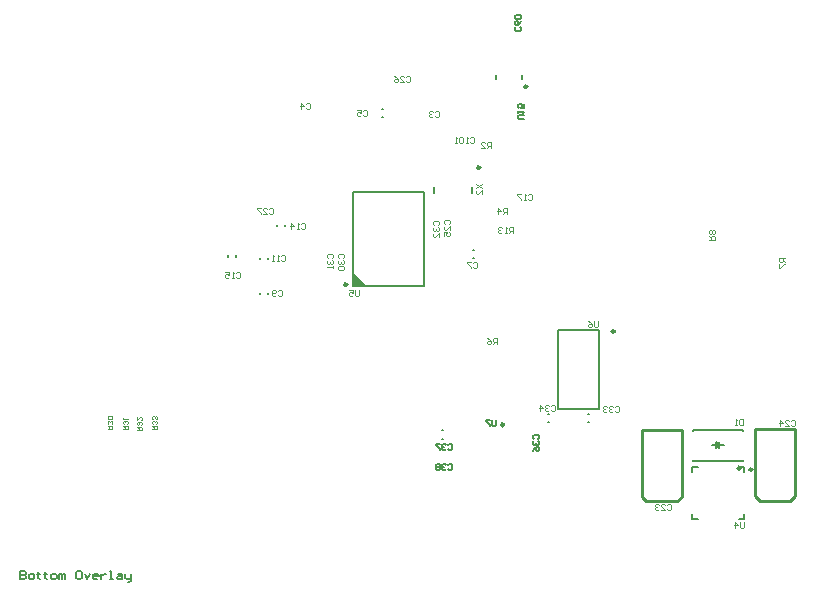
<source format=gbo>
%FSTAX25Y25*%
%MOIN*%
G70*
G01*
G75*
G04 Layer_Color=32896*
%ADD10O,0.07087X0.01181*%
%ADD11O,0.01181X0.07087*%
%ADD12O,0.07284X0.01378*%
%ADD13R,0.08071X0.02756*%
%ADD14R,0.01772X0.02165*%
%ADD15R,0.03150X0.03150*%
%ADD16R,0.01575X0.02559*%
%ADD17R,0.02992X0.06299*%
%ADD18R,0.04528X0.06693*%
%ADD19R,0.02165X0.01772*%
%ADD20R,0.02756X0.03543*%
%ADD21R,0.03543X0.02756*%
%ADD22R,0.02047X0.02047*%
%ADD23R,0.02047X0.02047*%
%ADD24C,0.01000*%
%ADD25C,0.00700*%
%ADD26C,0.03000*%
%ADD27C,0.00591*%
%ADD28C,0.00669*%
%ADD29C,0.00500*%
%ADD30C,0.02000*%
%ADD31C,0.06000*%
%ADD32O,0.15748X0.07874*%
%ADD33O,0.07874X0.15748*%
%ADD34O,0.07874X0.17716*%
%ADD35R,0.05906X0.05906*%
%ADD36C,0.05906*%
%ADD37R,0.05906X0.05906*%
%ADD38P,0.06711X8X112.5*%
%ADD39O,0.05600X0.11200*%
%ADD40C,0.12600*%
%ADD41C,0.01969*%
%ADD42C,0.01600*%
%ADD43C,0.02800*%
%ADD44C,0.01595*%
%ADD45C,0.05000*%
%ADD46C,0.04000*%
%ADD47R,0.70200X0.25400*%
%ADD48C,0.07550*%
%ADD49O,0.15811X0.07937*%
%ADD50O,0.07937X0.15811*%
%ADD51O,0.07937X0.17779*%
%ADD52C,0.07543*%
G04:AMPARAMS|DCode=53|XSize=95.433mil|YSize=95.433mil|CornerRadius=0mil|HoleSize=0mil|Usage=FLASHONLY|Rotation=0.000|XOffset=0mil|YOffset=0mil|HoleType=Round|Shape=Relief|Width=10mil|Gap=10mil|Entries=4|*
%AMTHD53*
7,0,0,0.09543,0.07543,0.01000,45*
%
%ADD53THD53*%
%ADD54C,0.07800*%
%ADD55C,0.07400*%
%ADD56C,0.16600*%
G04:AMPARAMS|DCode=57|XSize=95.5mil|YSize=95.5mil|CornerRadius=0mil|HoleSize=0mil|Usage=FLASHONLY|Rotation=0.000|XOffset=0mil|YOffset=0mil|HoleType=Round|Shape=Relief|Width=10mil|Gap=10mil|Entries=4|*
%AMTHD57*
7,0,0,0.09550,0.07550,0.01000,45*
%
%ADD57THD57*%
G04:AMPARAMS|DCode=58|XSize=70mil|YSize=70mil|CornerRadius=0mil|HoleSize=0mil|Usage=FLASHONLY|Rotation=0.000|XOffset=0mil|YOffset=0mil|HoleType=Round|Shape=Relief|Width=10mil|Gap=10mil|Entries=4|*
%AMTHD58*
7,0,0,0.07000,0.05000,0.01000,45*
%
%ADD58THD58*%
%ADD59C,0.05600*%
%ADD60C,0.06800*%
%AMTHOVALD61*
21,1,0.07874,0.09937,0,0,180.0*
1,1,0.09937,0.03937,0.00000*
1,1,0.09937,-0.03937,0.00000*
21,0,0.07874,0.07937,0,0,180.0*
1,0,0.07937,0.03937,0.00000*
1,0,0.07937,-0.03937,0.00000*
4,0,4,0.03583,0.00354,0.07097,0.03867,0.07804,0.03160,0.04291,-0.00354,0.03583,0.00354,0.0*
4,0,4,-0.04291,0.00354,-0.07804,-0.03160,-0.07097,-0.03867,-0.03583,-0.00354,-0.04291,0.00354,0.0*
4,0,4,0.04291,0.00354,0.07804,-0.03160,0.07097,-0.03867,0.03583,-0.00354,0.04291,0.00354,0.0*
4,0,4,-0.03583,0.00354,-0.07097,0.03867,-0.07804,0.03160,-0.04291,-0.00354,-0.03583,0.00354,0.0*
%
%ADD61THOVALD61*%

%AMTHOVALD62*
21,1,0.07874,0.09937,0,0,270.0*
1,1,0.09937,0.00000,0.03937*
1,1,0.09937,0.00000,-0.03937*
21,0,0.07874,0.07937,0,0,270.0*
1,0,0.07937,0.00000,0.03937*
1,0,0.07937,0.00000,-0.03937*
4,0,4,-0.00354,0.03583,-0.03867,0.07097,-0.03160,0.07804,0.00354,0.04291,-0.00354,0.03583,0.0*
4,0,4,-0.00354,-0.04291,0.03160,-0.07804,0.03867,-0.07097,0.00354,-0.03583,-0.00354,-0.04291,0.0*
4,0,4,-0.00354,0.04291,0.03160,0.07804,0.03867,0.07097,0.00354,0.03583,-0.00354,0.04291,0.0*
4,0,4,-0.00354,-0.03583,-0.03867,-0.07097,-0.03160,-0.07804,0.00354,-0.04291,-0.00354,-0.03583,0.0*
%
%ADD62THOVALD62*%

G04:AMPARAMS|DCode=63|XSize=98mil|YSize=98mil|CornerRadius=0mil|HoleSize=0mil|Usage=FLASHONLY|Rotation=0.000|XOffset=0mil|YOffset=0mil|HoleType=Round|Shape=Relief|Width=10mil|Gap=10mil|Entries=4|*
%AMTHD63*
7,0,0,0.09800,0.07800,0.01000,45*
%
%ADD63THD63*%
G04:AMPARAMS|DCode=64|XSize=94mil|YSize=94mil|CornerRadius=0mil|HoleSize=0mil|Usage=FLASHONLY|Rotation=0.000|XOffset=0mil|YOffset=0mil|HoleType=Round|Shape=Relief|Width=10mil|Gap=10mil|Entries=4|*
%AMTHD64*
7,0,0,0.09400,0.07400,0.01000,45*
%
%ADD64THD64*%
G04:AMPARAMS|DCode=65|XSize=76mil|YSize=76mil|CornerRadius=0mil|HoleSize=0mil|Usage=FLASHONLY|Rotation=0.000|XOffset=0mil|YOffset=0mil|HoleType=Round|Shape=Relief|Width=10mil|Gap=10mil|Entries=4|*
%AMTHD65*
7,0,0,0.07600,0.05600,0.01000,45*
%
%ADD65THD65*%
G04:AMPARAMS|DCode=66|XSize=88mil|YSize=88mil|CornerRadius=0mil|HoleSize=0mil|Usage=FLASHONLY|Rotation=0.000|XOffset=0mil|YOffset=0mil|HoleType=Round|Shape=Relief|Width=10mil|Gap=10mil|Entries=4|*
%AMTHD66*
7,0,0,0.08800,0.06800,0.01000,45*
%
%ADD66THD66*%
%ADD67O,0.01378X0.04724*%
%ADD68R,0.07480X0.03150*%
%ADD69R,0.07480X0.12205*%
%ADD70R,0.06299X0.02559*%
%ADD71R,0.08661X0.11811*%
%ADD72R,0.01969X0.01181*%
%ADD73C,0.01181*%
%ADD74R,0.03543X0.04724*%
%ADD75R,0.06693X0.06614*%
%ADD76R,0.08661X0.07874*%
%ADD77C,0.05000*%
%ADD78C,0.01300*%
%ADD79C,0.01500*%
%ADD80R,0.29232X0.31693*%
%ADD81C,0.02362*%
%ADD82C,0.00984*%
%ADD83C,0.02165*%
%ADD84C,0.00787*%
%ADD85C,0.00600*%
%ADD86C,0.01200*%
%ADD87C,0.00400*%
%ADD88C,0.00394*%
%ADD89R,0.03937X0.02953*%
%ADD90O,0.07487X0.01581*%
%ADD91O,0.01581X0.07487*%
%ADD92O,0.07684X0.01778*%
%ADD93R,0.08471X0.03156*%
%ADD94R,0.02172X0.02565*%
%ADD95R,0.03550X0.03550*%
%ADD96R,0.01975X0.02959*%
%ADD97R,0.03392X0.06699*%
%ADD98R,0.04928X0.07093*%
%ADD99R,0.02565X0.02172*%
%ADD100R,0.03156X0.03943*%
%ADD101R,0.03943X0.03156*%
%ADD102R,0.02447X0.02447*%
%ADD103R,0.02447X0.02447*%
%ADD104O,0.07287X0.01381*%
%ADD105O,0.01381X0.07287*%
%ADD106O,0.07484X0.01578*%
%ADD107R,0.08271X0.02956*%
%ADD108R,0.01972X0.02365*%
%ADD109R,0.03350X0.03350*%
%ADD110R,0.01775X0.02759*%
%ADD111R,0.03192X0.06499*%
%ADD112R,0.04728X0.06893*%
%ADD113R,0.02365X0.01972*%
%ADD114R,0.02956X0.03743*%
%ADD115R,0.03743X0.02956*%
%ADD116R,0.02247X0.02247*%
%ADD117R,0.02247X0.02247*%
%ADD118C,0.06200*%
%ADD119O,0.15948X0.08074*%
%ADD120O,0.08074X0.15948*%
%ADD121O,0.08074X0.17916*%
%ADD122R,0.06106X0.06106*%
%ADD123C,0.06106*%
%ADD124R,0.06106X0.06106*%
%ADD125P,0.06927X8X112.5*%
%ADD126O,0.05800X0.11400*%
%ADD127C,0.12800*%
%ADD128C,0.02169*%
%ADD129C,0.01800*%
%ADD130C,0.03000*%
%ADD131C,0.05200*%
%ADD132O,0.01578X0.04924*%
%ADD133R,0.07680X0.03350*%
%ADD134R,0.07680X0.12405*%
%ADD135R,0.06499X0.02759*%
%ADD136R,0.09061X0.12211*%
%ADD137R,0.02369X0.01581*%
%ADD138C,0.01381*%
%ADD139R,0.03743X0.04924*%
%ADD140R,0.06893X0.06814*%
%ADD141R,0.08861X0.08074*%
%ADD142R,0.01969X0.01181*%
%ADD143R,0.03347X0.04921*%
%ADD144O,0.01778X0.05124*%
%ADD145R,0.07880X0.03550*%
%ADD146R,0.07880X0.12605*%
%ADD147R,0.06699X0.02959*%
%ADD148C,0.01581*%
%ADD149R,0.03943X0.05124*%
%ADD150R,0.07093X0.07014*%
%ADD151R,0.09061X0.08274*%
G36*
X0214773Y0189652D02*
X0210836D01*
Y0193589D01*
X0214773Y0189652D01*
D02*
G37*
D24*
X0356718Y0118089D02*
X0358293Y0119664D01*
X0344907D02*
X0346482Y0118089D01*
X0356718D01*
X0344907Y0141908D02*
X0358293D01*
X0344907Y0119664D02*
Y0141908D01*
X0358293Y0119664D02*
Y0141908D01*
X0318918Y0117889D02*
X0320493Y0119464D01*
X0307107D02*
X0308682Y0117889D01*
X0318918D01*
X0307107Y0141708D02*
X0320493D01*
X0307107Y0119464D02*
Y0141708D01*
X0320493Y0119464D02*
Y0141708D01*
D29*
X03306Y01366D02*
X03346D01*
X03326Y01371D02*
X03331Y01366D01*
X03326Y01361D02*
Y01371D01*
Y01361D02*
X03331Y01366D01*
X03321Y01356D02*
X03331Y01366D01*
X03321Y01356D02*
Y01376D01*
X03331Y01366D01*
Y01356D02*
Y01376D01*
X0267944Y0245472D02*
X0266278D01*
X0265945Y0245806D01*
Y0246472D01*
X0266278Y0246805D01*
X0267944D01*
X0265945Y0247472D02*
Y0248138D01*
Y0247805D01*
X0267944D01*
X0267611Y0247472D01*
X0267944Y0250471D02*
Y0249138D01*
X0266945D01*
X0267278Y0249804D01*
Y0250138D01*
X0266945Y0250471D01*
X0266278D01*
X0265945Y0250138D01*
Y0249471D01*
X0266278Y0249138D01*
X0258661Y0144913D02*
Y0143247D01*
X0258328Y0142913D01*
X0257662D01*
X0257329Y0143247D01*
Y0144913D01*
X0256662D02*
X0255329D01*
Y014458D01*
X0256662Y0143247D01*
Y0142913D01*
X0266725Y0276038D02*
X0267058Y0275704D01*
Y0275038D01*
X0266725Y0274705D01*
X0265392D01*
X0265059Y0275038D01*
Y0275704D01*
X0265392Y0276038D01*
X0267058Y0278037D02*
X0266725Y0277371D01*
X0266059Y0276704D01*
X0265392D01*
X0265059Y0277037D01*
Y0277704D01*
X0265392Y0278037D01*
X0265725D01*
X0266059Y0277704D01*
Y0276704D01*
X0266725Y0278703D02*
X0267058Y0279037D01*
Y0279703D01*
X0266725Y0280036D01*
X0265392D01*
X0265059Y0279703D01*
Y0279037D01*
X0265392Y0278703D01*
X0266725D01*
X0242661Y0136735D02*
X0242994Y0137069D01*
X024366D01*
X0243994Y0136735D01*
Y0135403D01*
X024366Y0135069D01*
X0242994D01*
X0242661Y0135403D01*
X0241994Y0136735D02*
X0241661Y0137069D01*
X0240995D01*
X0240662Y0136735D01*
Y0136402D01*
X0240995Y0136069D01*
X0241328D01*
X0240995D01*
X0240662Y0135736D01*
Y0135403D01*
X0240995Y0135069D01*
X0241661D01*
X0241994Y0135403D01*
X0239995Y0137069D02*
X0238662D01*
Y0136735D01*
X0239995Y0135403D01*
Y0135069D01*
X0271168Y0138825D02*
X0270835Y0139158D01*
Y0139824D01*
X0271168Y0140157D01*
X0272501D01*
X0272835Y0139824D01*
Y0139158D01*
X0272501Y0138825D01*
X0271168Y0138158D02*
X0270835Y0137825D01*
Y0137158D01*
X0271168Y0136825D01*
X0271502D01*
X0271835Y0137158D01*
Y0137492D01*
Y0137158D01*
X0272168Y0136825D01*
X0272501D01*
X0272835Y0137158D01*
Y0137825D01*
X0272501Y0138158D01*
X0270835Y0134826D02*
X0271168Y0135492D01*
X0271835Y0136159D01*
X0272501D01*
X0272835Y0135826D01*
Y0135159D01*
X0272501Y0134826D01*
X0272168D01*
X0271835Y0135159D01*
Y0136159D01*
X0242762Y0130013D02*
X0243095Y0130346D01*
X0243761D01*
X0244094Y0130013D01*
Y012868D01*
X0243761Y0128347D01*
X0243095D01*
X0242762Y012868D01*
X0242095Y0130013D02*
X0241762Y0130346D01*
X0241095D01*
X0240762Y0130013D01*
Y0129679D01*
X0241095Y0129346D01*
X0241429D01*
X0241095D01*
X0240762Y0129013D01*
Y012868D01*
X0241095Y0128347D01*
X0241762D01*
X0242095Y012868D01*
X0240096Y0130013D02*
X0239763Y0130346D01*
X0239096D01*
X0238763Y0130013D01*
Y0129679D01*
X0239096Y0129346D01*
X0238763Y0129013D01*
Y012868D01*
X0239096Y0128347D01*
X0239763D01*
X0240096Y012868D01*
Y0129013D01*
X0239763Y0129346D01*
X0240096Y0129679D01*
Y0130013D01*
X0239763Y0129346D02*
X0239096D01*
X01Y0094768D02*
Y0091969D01*
X01014D01*
X0101866Y0092435D01*
Y0092901D01*
X01014Y0093368D01*
X01D01*
X01014D01*
X0101866Y0093835D01*
Y0094301D01*
X01014Y0094768D01*
X01D01*
X0103266Y0091969D02*
X0104199D01*
X0104665Y0092435D01*
Y0093368D01*
X0104199Y0093835D01*
X0103266D01*
X0102799Y0093368D01*
Y0092435D01*
X0103266Y0091969D01*
X0106065Y0094301D02*
Y0093835D01*
X0105598D01*
X0106531D01*
X0106065D01*
Y0092435D01*
X0106531Y0091969D01*
X0108397Y0094301D02*
Y0093835D01*
X0107931D01*
X0108864D01*
X0108397D01*
Y0092435D01*
X0108864Y0091969D01*
X011073D02*
X0111663D01*
X0112129Y0092435D01*
Y0093368D01*
X0111663Y0093835D01*
X011073D01*
X0110263Y0093368D01*
Y0092435D01*
X011073Y0091969D01*
X0113062D02*
Y0093835D01*
X0113529D01*
X0113996Y0093368D01*
Y0091969D01*
Y0093368D01*
X0114462Y0093835D01*
X0114928Y0093368D01*
Y0091969D01*
X012006Y0094768D02*
X0119127D01*
X0118661Y0094301D01*
Y0092435D01*
X0119127Y0091969D01*
X012006D01*
X0120527Y0092435D01*
Y0094301D01*
X012006Y0094768D01*
X012146Y0093835D02*
X0122393Y0091969D01*
X0123326Y0093835D01*
X0125658Y0091969D02*
X0124725D01*
X0124259Y0092435D01*
Y0093368D01*
X0124725Y0093835D01*
X0125658D01*
X0126125Y0093368D01*
Y0092901D01*
X0124259D01*
X0127058Y0093835D02*
Y0091969D01*
Y0092901D01*
X0127524Y0093368D01*
X0127991Y0093835D01*
X0128457D01*
X0129857Y0091969D02*
X013079D01*
X0130324D01*
Y0094768D01*
X0129857D01*
X0132656Y0093835D02*
X0133589D01*
X0134056Y0093368D01*
Y0091969D01*
X0132656D01*
X013219Y0092435D01*
X0132656Y0092901D01*
X0134056D01*
X0134989Y0093835D02*
Y0092435D01*
X0135455Y0091969D01*
X0136855D01*
Y0091502D01*
X0136388Y0091035D01*
X0135922D01*
X0136855Y0091969D02*
Y0093835D01*
D82*
X0268996Y0256201D02*
G03*
X0268996Y0256201I-0000492J0D01*
G01*
X0298206Y0174595D02*
G03*
X0298206Y0174595I-0000492J0D01*
G01*
X0261213Y0143485D02*
G03*
X0261213Y0143485I-0000492J0D01*
G01*
X0344019Y0128574D02*
G03*
X0344019Y0128574I-0000492J0D01*
G01*
X0208966Y0190243D02*
G03*
X0208966Y0190243I-0000492J0D01*
G01*
X0253292Y0229192D02*
G03*
X0253292Y0229192I-0000492J0D01*
G01*
X0340139Y012899D02*
G03*
X0340139Y012899I-0000492J0D01*
G01*
D84*
X0267421Y0258563D02*
Y0260138D01*
X025876Y0258563D02*
Y0260138D01*
X0292793Y0148611D02*
Y0174989D01*
X0279407Y0148611D02*
Y0174989D01*
X0292793D01*
X0279407Y0148611D02*
X0292793D01*
X0324039Y0129361D02*
X032581D01*
X0324039Y0112039D02*
X032581D01*
X033959Y0129361D02*
X0341361D01*
X0324039Y012759D02*
Y0129361D01*
X0341361Y012759D02*
Y0129361D01*
X033959Y0112039D02*
X0341361D01*
Y011381D01*
X0324039Y0112039D02*
Y011381D01*
X0210836Y0193589D02*
X0214773Y0189652D01*
X0210836D02*
Y0221148D01*
X0234458Y0189652D02*
Y0221148D01*
X0210836Y0189652D02*
X0234458D01*
X0210836Y0221148D02*
X0234458D01*
X0250599Y0220716D02*
Y0222684D01*
X0238001Y0220716D02*
Y0222684D01*
X0324244Y0141846D02*
X0340956D01*
X0324244Y0131354D02*
X0340956D01*
X0324242Y0131718D02*
X0324244Y0131354D01*
X0340956D02*
X0340958Y0131718D01*
X0340956Y0141846D02*
X0340958Y0141482D01*
X0324242D02*
X0324244Y0141846D01*
X0275903Y0144222D02*
X0276297D01*
X0275903Y0146978D02*
X0276297D01*
X0240603Y0138822D02*
X0240997D01*
X0240603Y0141578D02*
X0240997D01*
X0220503Y0248778D02*
X0220897D01*
X0220503Y0246022D02*
X0220897D01*
X0250803Y0201878D02*
X0251197D01*
X0250803Y0199122D02*
X0251197D01*
X0179822Y0187003D02*
Y0187397D01*
X0182578Y0187003D02*
Y0187397D01*
X0179822Y0198803D02*
Y0199197D01*
X0182578Y0198803D02*
Y0199197D01*
X0188378Y0209603D02*
Y0209997D01*
X0185622Y0209603D02*
Y0209997D01*
X0169322Y0199503D02*
Y0199897D01*
X0172078Y0199503D02*
Y0199897D01*
X0289303Y0144222D02*
X0289697D01*
X0289303Y0146978D02*
X0289697D01*
D87*
X029252Y0177984D02*
Y0176318D01*
X0292186Y0175984D01*
X029152D01*
X0291187Y0176318D01*
Y0177984D01*
X0289187D02*
X0289854Y017765D01*
X029052Y0176984D01*
Y0176318D01*
X0290187Y0175984D01*
X0289521D01*
X0289187Y0176318D01*
Y0176651D01*
X0289521Y0176984D01*
X029052D01*
X0341339Y0111055D02*
Y0109388D01*
X0341005Y0109055D01*
X0340339D01*
X0340006Y0109388D01*
Y0111055D01*
X033834Y0109055D02*
Y0111055D01*
X0339339Y0110055D01*
X0338006D01*
X0212992Y018822D02*
Y0186554D01*
X0212659Y0186221D01*
X0211993D01*
X0211659Y0186554D01*
Y018822D01*
X020966D02*
X0210993D01*
Y018722D01*
X0210326Y0187553D01*
X0209993D01*
X020966Y018722D01*
Y0186554D01*
X0209993Y0186221D01*
X021066D01*
X0210993Y0186554D01*
X0251938Y0223622D02*
X0253937Y0222289D01*
X0251938D02*
X0253937Y0223622D01*
Y022029D02*
Y0221623D01*
X0252604Y022029D01*
X0252271D01*
X0251938Y0220623D01*
Y0221289D01*
X0252271Y0221623D01*
X0340945Y0145306D02*
Y0143307D01*
X0339945D01*
X0339612Y014364D01*
Y0144973D01*
X0339945Y0145306D01*
X0340945D01*
X0338946Y0143307D02*
X0338279D01*
X0338612D01*
Y0145306D01*
X0338946Y0144973D01*
X0277014Y0149698D02*
X0277347Y0150031D01*
X0278013D01*
X0278346Y0149698D01*
Y0148365D01*
X0278013Y0148031D01*
X0277347D01*
X0277014Y0148365D01*
X0276347Y0149698D02*
X0276014Y0150031D01*
X0275347D01*
X0275014Y0149698D01*
Y0149364D01*
X0275347Y0149031D01*
X0275681D01*
X0275347D01*
X0275014Y0148698D01*
Y0148365D01*
X0275347Y0148031D01*
X0276014D01*
X0276347Y0148365D01*
X0273348Y0148031D02*
Y0150031D01*
X0274348Y0149031D01*
X0273015D01*
X0206208Y0199061D02*
X0205875Y0199394D01*
Y0200061D01*
X0206208Y0200394D01*
X0207541D01*
X0207874Y0200061D01*
Y0199394D01*
X0207541Y0199061D01*
X0206208Y0198394D02*
X0205875Y0198061D01*
Y0197395D01*
X0206208Y0197061D01*
X0206541D01*
X0206874Y0197395D01*
Y0197728D01*
Y0197395D01*
X0207208Y0197061D01*
X0207541D01*
X0207874Y0197395D01*
Y0198061D01*
X0207541Y0198394D01*
X0206208Y0196395D02*
X0205875Y0196062D01*
Y0195395D01*
X0206208Y0195062D01*
X0207541D01*
X0207874Y0195395D01*
Y0196062D01*
X0207541Y0196395D01*
X0206208D01*
X0237868Y0210112D02*
X0237534Y0210445D01*
Y0211112D01*
X0237868Y0211445D01*
X0239201D01*
X0239534Y0211112D01*
Y0210445D01*
X0239201Y0210112D01*
X0237868Y0209446D02*
X0237534Y0209112D01*
Y0208446D01*
X0237868Y0208113D01*
X0238201D01*
X0238534Y0208446D01*
Y0208779D01*
Y0208446D01*
X0238867Y0208113D01*
X0239201D01*
X0239534Y0208446D01*
Y0209112D01*
X0239201Y0209446D01*
X0239534Y0206113D02*
Y0207446D01*
X0238201Y0206113D01*
X0237868D01*
X0237534Y0206447D01*
Y0207113D01*
X0237868Y0207446D01*
X0356935Y014458D02*
X0357268Y0144913D01*
X0357934D01*
X0358268Y014458D01*
Y0143247D01*
X0357934Y0142913D01*
X0357268D01*
X0356935Y0143247D01*
X0354936Y0142913D02*
X0356268D01*
X0354936Y0144246D01*
Y014458D01*
X0355269Y0144913D01*
X0355935D01*
X0356268Y014458D01*
X0353269Y0142913D02*
Y0144913D01*
X0354269Y0143913D01*
X0352936D01*
X0264173Y020748D02*
Y020948D01*
X0263174D01*
X026284Y0209146D01*
Y020848D01*
X0263174Y0208147D01*
X0264173D01*
X0263507D02*
X026284Y020748D01*
X0262174D02*
X0261507D01*
X0261841D01*
Y020948D01*
X0262174Y0209146D01*
X0260508D02*
X0260174Y020948D01*
X0259508D01*
X0259175Y0209146D01*
Y0208813D01*
X0259508Y020848D01*
X0259841D01*
X0259508D01*
X0259175Y0208147D01*
Y0207814D01*
X0259508Y020748D01*
X0260174D01*
X0260508Y0207814D01*
X0249848Y0239068D02*
X0250181Y0239401D01*
X0250848D01*
X0251181Y0239068D01*
Y0237735D01*
X0250848Y0237402D01*
X0250181D01*
X0249848Y0237735D01*
X0249182Y0237402D02*
X0248515D01*
X0248849D01*
Y0239401D01*
X0249182Y0239068D01*
X0247516D02*
X0247182Y0239401D01*
X0246516D01*
X0246183Y0239068D01*
Y0237735D01*
X0246516Y0237402D01*
X0247182D01*
X0247516Y0237735D01*
Y0239068D01*
X0245516Y0237402D02*
X024485D01*
X0245183D01*
Y0239401D01*
X0245516Y0239068D01*
X0238431Y0247729D02*
X0238764Y0248062D01*
X023943D01*
X0239764Y0247729D01*
Y0246396D01*
X023943Y0246063D01*
X0238764D01*
X0238431Y0246396D01*
X0237764Y0247729D02*
X0237431Y0248062D01*
X0236765D01*
X0236432Y0247729D01*
Y0247396D01*
X0236765Y0247063D01*
X0237098D01*
X0236765D01*
X0236432Y0246729D01*
Y0246396D01*
X0236765Y0246063D01*
X0237431D01*
X0237764Y0246396D01*
X0195124Y0250485D02*
X0195457Y0250818D01*
X0196124D01*
X0196457Y0250485D01*
Y0249152D01*
X0196124Y0248819D01*
X0195457D01*
X0195124Y0249152D01*
X0193458Y0248819D02*
Y0250818D01*
X0194457Y0249819D01*
X0193124D01*
X0214415Y0248123D02*
X0214748Y0248456D01*
X0215415D01*
X0215748Y0248123D01*
Y024679D01*
X0215415Y0246457D01*
X0214748D01*
X0214415Y024679D01*
X0212416Y0248456D02*
X0213749D01*
Y0247456D01*
X0213082Y024779D01*
X0212749D01*
X0212416Y0247456D01*
Y024679D01*
X0212749Y0246457D01*
X0213416D01*
X0213749Y024679D01*
X0251029Y0197335D02*
X0251362Y0197669D01*
X0252029D01*
X0252362Y0197335D01*
Y0196002D01*
X0252029Y0195669D01*
X0251362D01*
X0251029Y0196002D01*
X0250363Y0197669D02*
X024903D01*
Y0197335D01*
X0250363Y0196002D01*
Y0195669D01*
X0186069Y0187887D02*
X0186402Y018822D01*
X0187068D01*
X0187402Y0187887D01*
Y0186554D01*
X0187068Y0186221D01*
X0186402D01*
X0186069Y0186554D01*
X0185402D02*
X0185069Y0186221D01*
X0184403D01*
X0184069Y0186554D01*
Y0187887D01*
X0184403Y018822D01*
X0185069D01*
X0185402Y0187887D01*
Y0187553D01*
X0185069Y018722D01*
X0184069D01*
X0186856Y0199698D02*
X0187189Y0200031D01*
X0187856D01*
X0188189Y0199698D01*
Y0198365D01*
X0187856Y0198031D01*
X0187189D01*
X0186856Y0198365D01*
X018619Y0198031D02*
X0185523D01*
X0185856D01*
Y0200031D01*
X018619Y0199698D01*
X0184523Y0198031D02*
X0183857D01*
X018419D01*
Y0200031D01*
X0184523Y0199698D01*
X0193549Y0210328D02*
X0193882Y0210661D01*
X0194549D01*
X0194882Y0210328D01*
Y0208995D01*
X0194549Y0208661D01*
X0193882D01*
X0193549Y0208995D01*
X0192883Y0208661D02*
X0192216D01*
X0192549D01*
Y0210661D01*
X0192883Y0210328D01*
X0190217Y0208661D02*
Y0210661D01*
X0191216Y0209661D01*
X0189883D01*
X0171797Y0193989D02*
X017213Y0194322D01*
X0172797D01*
X017313Y0193989D01*
Y0192656D01*
X0172797Y0192323D01*
X017213D01*
X0171797Y0192656D01*
X0171131Y0192323D02*
X0170464D01*
X0170797D01*
Y0194322D01*
X0171131Y0193989D01*
X0168131Y0194322D02*
X0169464D01*
Y0193323D01*
X0168798Y0193656D01*
X0168465D01*
X0168131Y0193323D01*
Y0192656D01*
X0168465Y0192323D01*
X0169131D01*
X0169464Y0192656D01*
X026914Y022017D02*
X0269473Y0220503D01*
X0270139D01*
X0270472Y022017D01*
Y0218837D01*
X0270139Y0218504D01*
X0269473D01*
X026914Y0218837D01*
X0268473Y0218504D02*
X0267807D01*
X026814D01*
Y0220503D01*
X0268473Y022017D01*
X0266807Y0220503D02*
X0265474D01*
Y022017D01*
X0266807Y0218837D01*
Y0218504D01*
X0228588Y025954D02*
X0228922Y0259873D01*
X0229588D01*
X0229921Y025954D01*
Y0258207D01*
X0229588Y0257874D01*
X0228922D01*
X0228588Y0258207D01*
X0226589Y0257874D02*
X0227922D01*
X0226589Y0259207D01*
Y025954D01*
X0226922Y0259873D01*
X0227589D01*
X0227922Y025954D01*
X022459Y0259873D02*
X0225256Y025954D01*
X0225923Y0258874D01*
Y0258207D01*
X0225589Y0257874D01*
X0224923D01*
X022459Y0258207D01*
Y0258541D01*
X0224923Y0258874D01*
X0225923D01*
X0182919Y0215446D02*
X0183252Y0215779D01*
X0183919D01*
X0184252Y0215446D01*
Y0214113D01*
X0183919Y0213779D01*
X0183252D01*
X0182919Y0214113D01*
X018092Y0213779D02*
X0182253D01*
X018092Y0215112D01*
Y0215446D01*
X0181253Y0215779D01*
X0181919D01*
X0182253Y0215446D01*
X0180253Y0215779D02*
X017892D01*
Y0215446D01*
X0180253Y0214113D01*
Y0213779D01*
X0257087Y0235827D02*
Y0237826D01*
X0256087D01*
X0255754Y0237493D01*
Y0236826D01*
X0256087Y0236493D01*
X0257087D01*
X025642D02*
X0255754Y0235827D01*
X0253754D02*
X0255087D01*
X0253754Y023716D01*
Y0237493D01*
X0254088Y0237826D01*
X0254754D01*
X0255087Y0237493D01*
X0262205Y0213779D02*
Y0215779D01*
X0261205D01*
X0260872Y0215446D01*
Y0214779D01*
X0261205Y0214446D01*
X0262205D01*
X0261538D02*
X0260872Y0213779D01*
X0259206D02*
Y0215779D01*
X0260205Y0214779D01*
X0258873D01*
X02588Y01703D02*
Y0172299D01*
X02578D01*
X0257467Y0171966D01*
Y01713D01*
X02578Y0170966D01*
X02588D01*
X0258134D02*
X0257467Y01703D01*
X0255468Y0172299D02*
X0256134Y0171966D01*
X0256801Y01713D01*
Y0170633D01*
X0256467Y01703D01*
X0255801D01*
X0255468Y0170633D01*
Y0170966D01*
X0255801Y01713D01*
X0256801D01*
X0315596Y0116627D02*
X0315929Y011696D01*
X0316596D01*
X0316929Y0116627D01*
Y0115294D01*
X0316596Y0114961D01*
X0315929D01*
X0315596Y0115294D01*
X0313597Y0114961D02*
X031493D01*
X0313597Y0116294D01*
Y0116627D01*
X031393Y011696D01*
X0314597D01*
X031493Y0116627D01*
X031293D02*
X0312597Y011696D01*
X0311931D01*
X0311597Y0116627D01*
Y0116294D01*
X0311931Y011596D01*
X0312264D01*
X0311931D01*
X0311597Y0115627D01*
Y0115294D01*
X0311931Y0114961D01*
X0312597D01*
X031293Y0115294D01*
X0355061Y0198924D02*
X0353062D01*
Y0197925D01*
X0353395Y0197591D01*
X0354062D01*
X0354395Y0197925D01*
Y0198924D01*
Y0198258D02*
X0355061Y0197591D01*
X0353062Y0196925D02*
Y0195592D01*
X0353395D01*
X0354728Y0196925D01*
X0355061D01*
X0329626Y0205118D02*
X0331625D01*
Y0206118D01*
X0331292Y0206451D01*
X0330626D01*
X0330293Y0206118D01*
Y0205118D01*
Y0205785D02*
X0329626Y0206451D01*
X0331292Y0207118D02*
X0331625Y0207451D01*
Y0208117D01*
X0331292Y020845D01*
X0330959D01*
X0330626Y0208117D01*
X0330293Y020845D01*
X0329959D01*
X0329626Y0208117D01*
Y0207451D01*
X0329959Y0207118D01*
X0330293D01*
X0330626Y0207451D01*
X0330959Y0207118D01*
X0331292D01*
X0330626Y0207451D02*
Y0208117D01*
X0241714Y0210212D02*
X0241381Y0210545D01*
Y0211212D01*
X0241714Y0211545D01*
X0243047D01*
X024338Y0211212D01*
Y0210545D01*
X0243047Y0210212D01*
X024338Y0208213D02*
Y0209545D01*
X0242047Y0208213D01*
X0241714D01*
X0241381Y0208546D01*
Y0209212D01*
X0241714Y0209545D01*
X0241381Y0206213D02*
Y0207546D01*
X0242381D01*
X0242047Y020688D01*
Y0206546D01*
X0242381Y0206213D01*
X0243047D01*
X024338Y0206546D01*
Y0207213D01*
X0243047Y0207546D01*
X0202665Y0199061D02*
X0202331Y0199394D01*
Y0200061D01*
X0202665Y0200394D01*
X0203997D01*
X0204331Y0200061D01*
Y0199394D01*
X0203997Y0199061D01*
X0202665Y0198394D02*
X0202331Y0198061D01*
Y0197395D01*
X0202665Y0197061D01*
X0202998D01*
X0203331Y0197395D01*
Y0197728D01*
Y0197395D01*
X0203664Y0197061D01*
X0203997D01*
X0204331Y0197395D01*
Y0198061D01*
X0203997Y0198394D01*
X0204331Y0196395D02*
Y0195729D01*
Y0196062D01*
X0202331D01*
X0202665Y0196395D01*
X0298273Y0149304D02*
X0298607Y0149637D01*
X0299273D01*
X0299606Y0149304D01*
Y0147971D01*
X0299273Y0147638D01*
X0298607D01*
X0298273Y0147971D01*
X0297607Y0149304D02*
X0297274Y0149637D01*
X0296607D01*
X0296274Y0149304D01*
Y0148971D01*
X0296607Y0148637D01*
X029694D01*
X0296607D01*
X0296274Y0148304D01*
Y0147971D01*
X0296607Y0147638D01*
X0297274D01*
X0297607Y0147971D01*
X0295608Y0149304D02*
X0295274Y0149637D01*
X0294608D01*
X0294275Y0149304D01*
Y0148971D01*
X0294608Y0148637D01*
X0294941D01*
X0294608D01*
X0294275Y0148304D01*
Y0147971D01*
X0294608Y0147638D01*
X0295274D01*
X0295608Y0147971D01*
D88*
X0144095Y0142126D02*
X0145669D01*
Y0142913D01*
X0145406Y0143175D01*
X0144882D01*
X0144619Y0142913D01*
Y0142126D01*
Y0142651D02*
X0144095Y0143175D01*
X0145406Y01437D02*
X0145669Y0143963D01*
Y0144487D01*
X0145406Y014475D01*
X0145144D01*
X0144882Y0144487D01*
Y0144225D01*
Y0144487D01*
X0144619Y014475D01*
X0144357D01*
X0144095Y0144487D01*
Y0143963D01*
X0144357Y01437D01*
X0145406Y0145275D02*
X0145669Y0145537D01*
Y0146062D01*
X0145406Y0146324D01*
X0145144D01*
X0144882Y0146062D01*
Y0145799D01*
Y0146062D01*
X0144619Y0146324D01*
X0144357D01*
X0144095Y0146062D01*
Y0145537D01*
X0144357Y0145275D01*
X0129134Y0142126D02*
X0130708D01*
Y0142913D01*
X0130446Y0143175D01*
X0129921D01*
X0129659Y0142913D01*
Y0142126D01*
Y0142651D02*
X0129134Y0143175D01*
X0130446Y01437D02*
X0130708Y0143963D01*
Y0144487D01*
X0130446Y014475D01*
X0130183D01*
X0129921Y0144487D01*
Y0144225D01*
Y0144487D01*
X0129659Y014475D01*
X0129396D01*
X0129134Y0144487D01*
Y0143963D01*
X0129396Y01437D01*
X0130446Y0145275D02*
X0130708Y0145537D01*
Y0146062D01*
X0130446Y0146324D01*
X0129396D01*
X0129134Y0146062D01*
Y0145537D01*
X0129396Y0145275D01*
X0130446D01*
X0134252Y0142126D02*
X0135826D01*
Y0142913D01*
X0135564Y0143175D01*
X0135039D01*
X0134777Y0142913D01*
Y0142126D01*
Y0142651D02*
X0134252Y0143175D01*
X0135564Y01437D02*
X0135826Y0143963D01*
Y0144487D01*
X0135564Y014475D01*
X0135301D01*
X0135039Y0144487D01*
Y0144225D01*
Y0144487D01*
X0134777Y014475D01*
X0134514D01*
X0134252Y0144487D01*
Y0143963D01*
X0134514Y01437D01*
X0134252Y0145275D02*
Y0145799D01*
Y0145537D01*
X0135826D01*
X0135564Y0145275D01*
X0138976Y0141732D02*
X0140551D01*
Y0142519D01*
X0140288Y0142782D01*
X0139763D01*
X0139501Y0142519D01*
Y0141732D01*
Y0142257D02*
X0138976Y0142782D01*
X0140288Y0143307D02*
X0140551Y0143569D01*
Y0144094D01*
X0140288Y0144356D01*
X0140026D01*
X0139763Y0144094D01*
Y0143831D01*
Y0144094D01*
X0139501Y0144356D01*
X0139239D01*
X0138976Y0144094D01*
Y0143569D01*
X0139239Y0143307D01*
X0138976Y014593D02*
Y0144881D01*
X0140026Y014593D01*
X0140288D01*
X0140551Y0145668D01*
Y0145143D01*
X0140288Y0144881D01*
M02*

</source>
